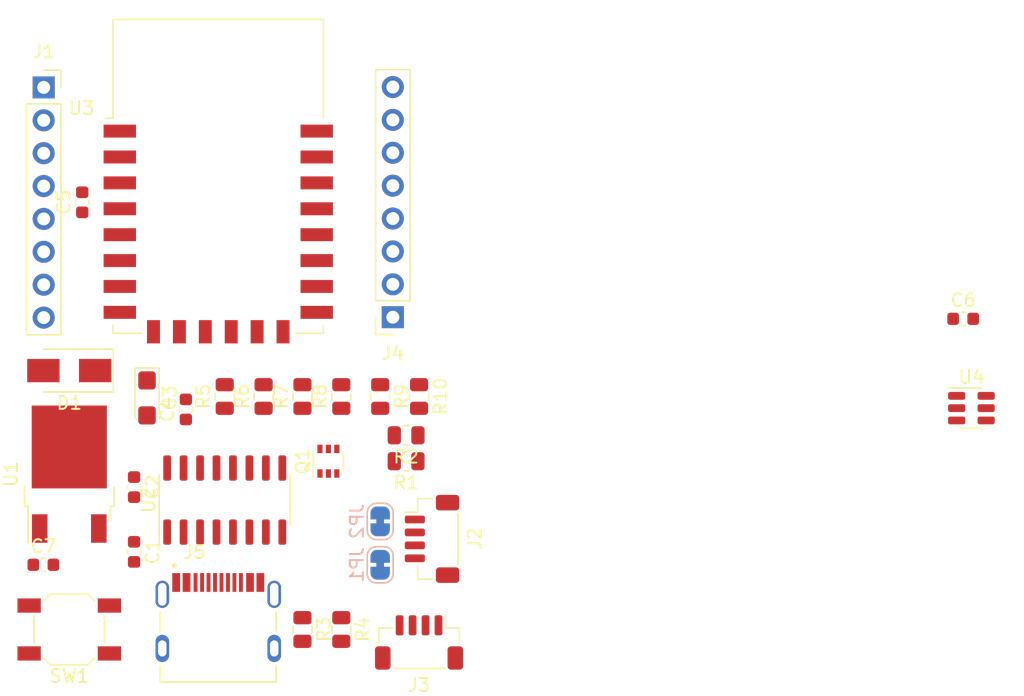
<source format=kicad_pcb>
(kicad_pcb (version 20211014) (generator pcbnew)
  (layers (0 "F.Cu" signal) (31 "B.Cu" signal) (34 "B.Paste" user) (35 "F.Paste" user) (36 "B.SilkS" user "B.Silkscreen") (37 "F.SilkS" user "F.Silkscreen") (38 "B.Mask" user) (39 "F.Mask" user) (44 "Edge.Cuts" user))
  (net 0 "")
  (net 1 "+5V")
  (net 2 "GND")
  (net 3 "+3V3")
  (net 4 "/ESP8266/EN")
  (net 5 "/ESP8266/RST")
  (net 6 "/ESP8266/A0")
  (net 7 "/ESP8266/GPIO16")
  (net 8 "/ESP8266/GPIO14")
  (net 9 "/ESP8266/GPIO12")
  (net 10 "/ESP8266/GPIO13")
  (net 11 "/ESP8266/GPIO15")
  (net 12 "/ESP8266/GPIO4{slash}SDA")
  (net 13 "/ESP8266/GPIO5{slash}SCL")
  (net 14 "/ESP8266/GPIO2")
  (net 15 "/ESP8266/GPIO0")
  (net 16 "/ESP8266/RX")
  (net 17 "/ESP8266/TX")
  (net 18 "Net-(J5-PadA5)")
  (net 19 "/ESP8266/Dp")
  (net 20 "/ESP8266/Dn")
  (net 22 "Net-(J5-PadB5)")
  (net 24 "Net-(JP1-Pad2)")
  (net 25 "Net-(JP2-Pad2)")
  (net 26 "/ESP8266/RTS")
  (net 27 "/ESP8266/DTR")
  (net 28 "/ESP8266/ADC")
  (net 44 "/certification/GPIO4{slash}SDA")
  (net 45 "/certification/GPIO5{slash}SCL")
  (footprint "Package_TO_SOT_SMD:SOT-363_SC-70-6" (layer "F.Cu") (at 63 94 90)
    (fp_text reference "Q1" (at 0 -2 90) (layer "F.SilkS"))
    (fp_text value "UMH3N")
    (fp_line (start -0.7 1.16) (end 0.7 1.16) (layer "F.SilkS") (width 0.12))
    (fp_line (start 0.7 -1.16) (end -1.2 -1.16) (layer "F.SilkS") (width 0.12))
    (pad "1" smd rect (at -0.95 -0.65 90) (size 0.65 0.4) (layers "F.Cu" "F.Paste" "F.Mask") (net 26 "/ESP8266/RTS"))
    (pad "2" smd rect (at -0.95 0 90) (size 0.65 0.4) (layers "F.Cu" "F.Paste" "F.Mask") (net 27 "/ESP8266/DTR"))
    (pad "3" smd rect (at -0.95 0.65 90) (size 0.65 0.4) (layers "F.Cu" "F.Paste" "F.Mask") (net 15 "/ESP8266/GPIO0"))
    (pad "4" smd rect (at 0.95 0.65 90) (size 0.65 0.4) (layers "F.Cu" "F.Paste" "F.Mask") (net 27 "/ESP8266/DTR"))
    (pad "5" smd rect (at 0.95 0 90) (size 0.65 0.4) (layers "F.Cu" "F.Paste" "F.Mask") (net 26 "/ESP8266/RTS"))
    (pad "6" smd rect (at 0.95 -0.65 90) (size 0.65 0.4) (layers "F.Cu" "F.Paste" "F.Mask") (net 4 "/ESP8266/EN"))
  )
  (footprint "Capacitor_SMD:C_0603_1608Metric" (layer "F.Cu") (at 112 83)
    (fp_text reference "C6" (at 0 -1.43) (layer "F.SilkS"))
    (fp_text value "100nF")
    (fp_line (start -0.14058 0.51) (end 0.14058 0.51) (layer "F.SilkS") (width 0.12))
    (fp_line (start -0.14058 -0.51) (end 0.14058 -0.51) (layer "F.SilkS") (width 0.12))
    (pad "1" smd roundrect (at -0.775 0) (size 0.9 0.95) (layers "F.Cu" "F.Paste" "F.Mask") (net 1 "+5V"))
    (pad "2" smd roundrect (at 0.775 0) (size 0.9 0.95) (layers "F.Cu" "F.Paste" "F.Mask") (net 2 "GND"))
  )
  (footprint "Capacitor_SMD:C_0603_1608Metric" (layer "F.Cu") (at 41 102)
    (fp_text reference "C7" (at 0 -1.43) (layer "F.SilkS"))
    (fp_text value "100nF")
    (fp_line (start -0.14058 0.51) (end 0.14058 0.51) (layer "F.SilkS") (width 0.12))
    (fp_line (start -0.14058 -0.51) (end 0.14058 -0.51) (layer "F.SilkS") (width 0.12))
    (pad "1" smd roundrect (at -0.775 0) (size 0.9 0.95) (layers "F.Cu" "F.Paste" "F.Mask") (net 2 "GND"))
    (pad "2" smd roundrect (at 0.775 0) (size 0.9 0.95) (layers "F.Cu" "F.Paste" "F.Mask") (net 5 "/ESP8266/RST"))
  )
  (footprint "Capacitor_SMD:C_0603_1608Metric" (layer "F.Cu") (at 52 90 90)
    (fp_text reference "C4" (at 0 -1.43 90) (layer "F.SilkS"))
    (fp_text value "100nF")
    (fp_line (start -0.14058 0.51) (end 0.14058 0.51) (layer "F.SilkS") (width 0.12))
    (fp_line (start -0.14058 -0.51) (end 0.14058 -0.51) (layer "F.SilkS") (width 0.12))
    (pad "1" smd roundrect (at -0.775 0 90) (size 0.9 0.95) (layers "F.Cu" "F.Paste" "F.Mask") (net 3 "+3V3"))
    (pad "2" smd roundrect (at 0.775 0 90) (size 0.9 0.95) (layers "F.Cu" "F.Paste" "F.Mask") (net 2 "GND"))
  )
  (footprint "Button_Switch_SMD:SW_SPST_SKQG_WithStem" (layer "F.Cu") (at 43 107 180)
    (fp_text reference "SW1" (at 0 -3.6) (layer "F.SilkS"))
    (fp_text value "SW_Push")
    (fp_line (start 1.45 2.72) (end 1.94 2.23) (layer "F.SilkS") (width 0.12))
    (fp_line (start -1.45 2.72) (end -1.94 2.23) (layer "F.SilkS") (width 0.12))
    (fp_line (start -1.45 -2.72) (end 1.45 -2.72) (layer "F.SilkS") (width 0.12))
    (fp_line (start -1.45 2.72) (end 1.45 2.72) (layer "F.SilkS") (width 0.12))
    (fp_line (start -1.45 -2.72) (end -1.94 -2.23) (layer "F.SilkS") (width 0.12))
    (fp_line (start 1.45 -2.72) (end 1.94 -2.23) (layer "F.SilkS") (width 0.12))
    (fp_line (start -2.72 1.04) (end -2.72 -1.04) (layer "F.SilkS") (width 0.12))
    (fp_line (start 2.72 1.04) (end 2.72 -1.04) (layer "F.SilkS") (width 0.12))
    (pad "1" smd rect (at 3.1 -1.85 180) (size 1.8 1.1) (layers "F.Cu" "F.Paste" "F.Mask") (net 2 "GND"))
    (pad "1" smd rect (at -3.1 -1.85 180) (size 1.8 1.1) (layers "F.Cu" "F.Paste" "F.Mask") (net 2 "GND"))
    (pad "2" smd rect (at 3.1 1.85 180) (size 1.8 1.1) (layers "F.Cu" "F.Paste" "F.Mask") (net 5 "/ESP8266/RST"))
    (pad "2" smd rect (at -3.1 1.85 180) (size 1.8 1.1) (layers "F.Cu" "F.Paste" "F.Mask") (net 5 "/ESP8266/RST"))
  )
  (footprint "Resistor_SMD:R_0805_2012Metric" (layer "F.Cu") (at 69 92 180)
    (fp_text reference "R2" (at 0 -1.65) (layer "F.SilkS"))
    (fp_text value "4.7k")
    (fp_line (start -0.227064 -0.735) (end 0.227064 -0.735) (layer "F.SilkS") (width 0.12))
    (fp_line (start -0.227064 0.735) (end 0.227064 0.735) (layer "F.SilkS") (width 0.12))
    (pad "1" smd roundrect (at -0.9125 0 180) (size 1.025 1.4) (layers "F.Cu" "F.Paste" "F.Mask") (roundrect_rratio 0.243902) (net 3 "+3V3"))
    (pad "2" smd roundrect (at 0.9125 0 180) (size 1.025 1.4) (layers "F.Cu" "F.Paste" "F.Mask") (roundrect_rratio 0.243902) (net 25 "Net-(JP2-Pad2)"))
  )
  (footprint "Diode_SMD:D_SMA" (layer "F.Cu") (at 43 87 180)
    (fp_text reference "D1" (at 0 -2.5) (layer "F.SilkS"))
    (fp_text value "1N4007")
    (fp_line (start -3.4 -1.65) (end -3.4 1.65) (layer "F.SilkS") (width 0.12))
    (fp_line (start -3.4 -1.65) (end 2 -1.65) (layer "F.SilkS") (width 0.12))
    (fp_line (start -3.4 1.65) (end 2 1.65) (layer "F.SilkS") (width 0.12))
    (pad "1" smd rect (at -2 0 180) (size 2.5 1.8) (layers "F.Cu" "F.Paste" "F.Mask") (net 1 "+5V"))
    (pad "2" smd rect (at 2 0 180) (size 2.5 1.8) (layers "F.Cu" "F.Paste" "F.Mask") (net 3 "+3V3"))
  )
  (footprint "Resistor_SMD:R_0805_2012Metric" (layer "F.Cu") (at 61 107 -90)
    (fp_text reference "R3" (at 0 -1.65 90) (layer "F.SilkS"))
    (fp_text value "5.1k")
    (fp_line (start -0.227064 -0.735) (end 0.227064 -0.735) (layer "F.SilkS") (width 0.12))
    (fp_line (start -0.227064 0.735) (end 0.227064 0.735) (layer "F.SilkS") (width 0.12))
    (pad "1" smd roundrect (at -0.9125 0 270) (size 1.025 1.4) (layers "F.Cu" "F.Paste" "F.Mask") (roundrect_rratio 0.243902) (net 18 "Net-(J5-PadA5)"))
    (pad "2" smd roundrect (at 0.9125 0 270) (size 1.025 1.4) (layers "F.Cu" "F.Paste" "F.Mask") (roundrect_rratio 0.243902) (net 2 "GND"))
  )
  (footprint "Resistor_SMD:R_0805_2012Metric" (layer "F.Cu") (at 61 89 90)
    (fp_text reference "R7" (at 0 -1.65 90) (layer "F.SilkS"))
    (fp_text value "12k")
    (fp_line (start -0.227064 -0.735) (end 0.227064 -0.735) (layer "F.SilkS") (width 0.12))
    (fp_line (start -0.227064 0.735) (end 0.227064 0.735) (layer "F.SilkS") (width 0.12))
    (pad "1" smd roundrect (at -0.9125 0 90) (size 1.025 1.4) (layers "F.Cu" "F.Paste" "F.Mask") (roundrect_rratio 0.243902) (net 3 "+3V3"))
    (pad "2" smd roundrect (at 0.9125 0 90) (size 1.025 1.4) (layers "F.Cu" "F.Paste" "F.Mask") (roundrect_rratio 0.243902) (net 15 "/ESP8266/GPIO0"))
  )
  (footprint "Resistor_SMD:R_0805_2012Metric" (layer "F.Cu") (at 64 89 90)
    (fp_text reference "R8" (at 0 -1.65 90) (layer "F.SilkS"))
    (fp_text value "12k")
    (fp_line (start -0.227064 0.735) (end 0.227064 0.735) (layer "F.SilkS") (width 0.12))
    (fp_line (start -0.227064 -0.735) (end 0.227064 -0.735) (layer "F.SilkS") (width 0.12))
    (pad "1" smd roundrect (at -0.9125 0 90) (size 1.025 1.4) (layers "F.Cu" "F.Paste" "F.Mask") (roundrect_rratio 0.243902) (net 3 "+3V3"))
    (pad "2" smd roundrect (at 0.9125 0 90) (size 1.025 1.4) (layers "F.Cu" "F.Paste" "F.Mask") (roundrect_rratio 0.243902) (net 14 "/ESP8266/GPIO2"))
  )
  (footprint "Resistor_SMD:R_0805_2012Metric" (layer "F.Cu") (at 69 94 180)
    (fp_text reference "R1" (at 0 -1.65) (layer "F.SilkS"))
    (fp_text value "4.7k")
    (fp_line (start -0.227064 -0.735) (end 0.227064 -0.735) (layer "F.SilkS") (width 0.12))
    (fp_line (start -0.227064 0.735) (end 0.227064 0.735) (layer "F.SilkS") (width 0.12))
    (pad "1" smd roundrect (at -0.9125 0 180) (size 1.025 1.4) (layers "F.Cu" "F.Paste" "F.Mask") (roundrect_rratio 0.243902) (net 3 "+3V3"))
    (pad "2" smd roundrect (at 0.9125 0 180) (size 1.025 1.4) (layers "F.Cu" "F.Paste" "F.Mask") (roundrect_rratio 0.243902) (net 24 "Net-(JP1-Pad2)"))
  )
  (footprint "Capacitor_SMD:C_0603_1608Metric" (layer "F.Cu") (at 48 101 -90)
    (fp_text reference "C1" (at 0 -1.43 90) (layer "F.SilkS"))
    (fp_text value "4.7uF")
    (fp_line (start -0.14058 0.51) (end 0.14058 0.51) (layer "F.SilkS") (width 0.12))
    (fp_line (start -0.14058 -0.51) (end 0.14058 -0.51) (layer "F.SilkS") (width 0.12))
    (pad "1" smd roundrect (at -0.775 0 270) (size 0.9 0.95) (layers "F.Cu" "F.Paste" "F.Mask") (net 1 "+5V"))
    (pad "2" smd roundrect (at 0.775 0 270) (size 0.9 0.95) (layers "F.Cu" "F.Paste" "F.Mask") (net 2 "GND"))
  )
  (footprint "Connector_PinSocket_2.54mm:PinSocket_1x08_P2.54mm_Vertical" (layer "F.Cu") (at 67.975 82.875 180)
    (fp_text reference "J4" (at 0 -2.77) (layer "F.SilkS"))
    (fp_text value "D1_conn")
    (fp_line (start 1.33 1.27) (end 1.33 19.11) (layer "F.SilkS") (width 0.12))
    (fp_line (start -1.33 1.27) (end 1.33 1.27) (layer "F.SilkS") (width 0.12))
    (fp_line (start -1.33 1.27) (end -1.33 19.11) (layer "F.SilkS") (width 0.12))
    (fp_line (start -1.33 19.11) (end 1.33 19.11) (layer "F.SilkS") (width 0.12))
    (fp_line (start 1.33 -1.33) (end 1.33 0) (layer "F.SilkS") (width 0.12))
    (fp_line (start 0 -1.33) (end 1.33 -1.33) (layer "F.SilkS") (width 0.12))
    (pad "1" thru_hole rect (at 0 0 180) (size 1.7 1.7) (drill 1) (layers *.Cu *.Mask) (net 1 "+5V"))
    (pad "2" thru_hole oval (at 0 2.54 180) (size 1.7 1.7) (drill 1) (layers *.Cu *.Mask) (net 2 "GND"))
    (pad "3" thru_hole oval (at 0 5.08 180) (size 1.7 1.7) (drill 1) (layers *.Cu *.Mask) (net 14 "/ESP8266/GPIO2"))
    (pad "4" thru_hole oval (at 0 7.62 180) (size 1.7 1.7) (drill 1) (layers *.Cu *.Mask) (net 15 "/ESP8266/GPIO0"))
    (pad "5" thru_hole oval (at 0 10.16 180) (size 1.7 1.7) (drill 1) (layers *.Cu *.Mask) (net 12 "/ESP8266/GPIO4{slash}SDA"))
    (pad "6" thru_hole oval (at 0 12.7 180) (size 1.7 1.7) (drill 1) (layers *.Cu *.Mask) (net 13 "/ESP8266/GPIO5{slash}SCL"))
    (pad "7" thru_hole oval (at 0 15.24 180) (size 1.7 1.7) (drill 1) (layers *.Cu *.Mask) (net 16 "/ESP8266/RX"))
    (pad "8" thru_hole oval (at 0 17.78 180) (size 1.7 1.7) (drill 1) (layers *.Cu *.Mask) (net 17 "/ESP8266/TX"))
  )
  (footprint "Connector_JST:JST_SH_BM04B-SRSS-TB_1x04-1MP_P1.00mm_Vertical" (layer "F.Cu") (at 71 100 -90)
    (fp_text reference "J2" (at 0 -3.3 90) (layer "F.SilkS"))
    (fp_text value "JST SH-1x4")
    (fp_line (start 3.11 -0.04) (end 3.11 1.11) (layer "F.SilkS") (width 0.12))
    (fp_line (start -1.94 -2.01) (end 1.94 -2.01) (layer "F.SilkS") (width 0.12))
    (fp_line (start -2.06 1.11) (end -2.06 2.1) (layer "F.SilkS") (width 0.12))
    (fp_line (start 3.11 1.11) (end 2.06 1.11) (layer "F.SilkS") (width 0.12))
    (fp_line (start -3.11 1.11) (end -2.06 1.11) (layer "F.SilkS") (width 0.12))
    (fp_line (start -3.11 -0.04) (end -3.11 1.11) (layer "F.SilkS") (width 0.12))
    (pad "1" smd roundrect (at -1.5 1.325 270) (size 0.6 1.55) (layers "F.Cu" "F.Paste" "F.Mask") (net 2 "GND"))
    (pad "2" smd roundrect (at -0.5 1.325 270) (size 0.6 1.55) (layers "F.Cu" "F.Paste" "F.Mask") (net 3 "+3V3"))
    (pad "3" smd roundrect (at 0.5 1.325 270) (size 0.6 1.55) (layers "F.Cu" "F.Paste" "F.Mask") (net 12 "/ESP8266/GPIO4{slash}SDA"))
    (pad "4" smd roundrect (at 1.5 1.325 270) (size 0.6 1.55) (layers "F.Cu" "F.Paste" "F.Mask") (net 13 "/ESP8266/GPIO5{slash}SCL"))
    (pad "MP" smd roundrect (at -2.8 -1.2 270) (size 1.2 1.8) (layers "F.Cu" "F.Paste" "F.Mask") (roundrect_rratio 0.208333))
    (pad "MP" smd roundrect (at 2.8 -1.2 270) (size 1.2 1.8) (layers "F.Cu" "F.Paste" "F.Mask") (roundrect_rratio 0.208333))
  )
  (footprint "Resistor_SMD:R_0805_2012Metric" (layer "F.Cu") (at 64 107 -90)
    (fp_text reference "R4" (at 0 -1.65 90) (layer "F.SilkS"))
    (fp_text value "5.1k")
    (fp_line (start -0.227064 0.735) (end 0.227064 0.735) (layer "F.SilkS") (width 0.12))
    (fp_line (start -0.227064 -0.735) (end 0.227064 -0.735) (layer "F.SilkS") (width 0.12))
    (pad "1" smd roundrect (at -0.9125 0 270) (size 1.025 1.4) (layers "F.Cu" "F.Paste" "F.Mask") (roundrect_rratio 0.243902) (net 22 "Net-(J5-PadB5)"))
    (pad "2" smd roundrect (at 0.9125 0 270) (size 1.025 1.4) (layers "F.Cu" "F.Paste" "F.Mask") (roundrect_rratio 0.243902) (net 2 "GND"))
  )
  (footprint "Capacitor_SMD:C_0603_1608Metric" (layer "F.Cu") (at 48 96 -90)
    (fp_text reference "C2" (at 0 -1.43 90) (layer "F.SilkS"))
    (fp_text value "4.7uF")
    (fp_line (start -0.14058 0.51) (end 0.14058 0.51) (layer "F.SilkS") (width 0.12))
    (fp_line (start -0.14058 -0.51) (end 0.14058 -0.51) (layer "F.SilkS") (width 0.12))
    (pad "1" smd roundrect (at -0.775 0 270) (size 0.9 0.95) (layers "F.Cu" "F.Paste" "F.Mask") (net 3 "+3V3"))
    (pad "2" smd roundrect (at 0.775 0 270) (size 0.9 0.95) (layers "F.Cu" "F.Paste" "F.Mask") (net 2 "GND"))
  )
  (footprint "Capacitor_SMD:C_0603_1608Metric" (layer "F.Cu") (at 44 74 90)
    (fp_text reference "C5" (at 0 -1.43 90) (layer "F.SilkS"))
    (fp_text value "100nF")
    (fp_line (start -0.14058 -0.51) (end 0.14058 -0.51) (layer "F.SilkS") (width 0.12))
    (fp_line (start -0.14058 0.51) (end 0.14058 0.51) (layer "F.SilkS") (width 0.12))
    (pad "1" smd roundrect (at -0.775 0 90) (size 0.9 0.95) (layers "F.Cu" "F.Paste" "F.Mask") (net 2 "GND"))
    (pad "2" smd roundrect (at 0.775 0 90) (size 0.9 0.95) (layers "F.Cu" "F.Paste" "F.Mask") (net 4 "/ESP8266/EN"))
  )
  (footprint "Package_SO:SOIC-16_3.9x9.9mm_P1.27mm" (layer "F.Cu") (at 55 97 90)
    (fp_text reference "U2" (at 0 -5.9 90) (layer "F.SilkS"))
    (fp_text value "CH340C")
    (fp_line (start 0 5.06) (end 1.95 5.06) (layer "F.SilkS") (width 0.12))
    (fp_line (start 0 -5.06) (end -3.45 -5.06) (layer "F.SilkS") (width 0.12))
    (fp_line (start 0 5.06) (end -1.95 5.06) (layer "F.SilkS") (width 0.12))
    (fp_line (start 0 -5.06) (end 1.95 -5.06) (layer "F.SilkS") (width 0.12))
    (pad "1" smd roundrect (at -2.475 -4.445 90) (size 1.95 0.6) (layers "F.Cu" "F.Paste" "F.Mask") (net 2 "GND"))
    (pad "2" smd roundrect (at -2.475 -3.175 90) (size 1.95 0.6) (layers "F.Cu" "F.Paste" "F.Mask") (net 16 "/ESP8266/RX"))
    (pad "3" smd roundrect (at -2.475 -1.905 90) (size 1.95 0.6) (layers "F.Cu" "F.Paste" "F.Mask") (net 17 "/ESP8266/TX"))
    (pad "4" smd roundrect (at -2.475 -0.635 90) (size 1.95 0.6) (layers "F.Cu" "F.Paste" "F.Mask") (net 3 "+3V3"))
    (pad "5" smd roundrect (at -2.475 0.635 90) (size 1.95 0.6) (layers "F.Cu" "F.Paste" "F.Mask") (net 19 "/ESP8266/Dp"))
    (pad "6" smd roundrect (at -2.475 1.905 90) (size 1.95 0.6) (layers "F.Cu" "F.Paste" "F.Mask") (net 20 "/ESP8266/Dn"))
    (pad "7" smd roundrect (at -2.475 3.175 90) (size 1.95 0.6) (layers "F.Cu" "F.Paste" "F.Mask"))
    (pad "8" smd roundrect (at -2.475 4.445 90) (size 1.95 0.6) (layers "F.Cu" "F.Paste" "F.Mask"))
    (pad "9" smd roundrect (at 2.475 4.445 90) (size 1.95 0.6) (layers "F.Cu" "F.Paste" "F.Mask"))
    (pad "10" smd roundrect (at 2.475 3.175 90) (size 1.95 0.6) (layers "F.Cu" "F.Paste" "F.Mask"))
    (pad "11" smd roundrect (at 2.475 1.905 90) (size 1.95 0.6) (layers "F.Cu" "F.Paste" "F.Mask"))
    (pad "12" smd roundrect (at 2.475 0.635 90) (size 1.95 0.6) (layers "F.Cu" "F.Paste" "F.Mask"))
    (pad "13" smd roundrect (at 2.475 -0.635 90) (size 1.95 0.6) (layers "F.Cu" "F.Paste" "F.Mask") (net 27 "/ESP8266/DTR"))
    (pad "14" smd roundrect (at 2.475 -1.905 90) (size 1.95 0.6) (layers "F.Cu" "F.Paste" "F.Mask") (net 26 "/ESP8266/RTS"))
    (pad "15" smd roundrect (at 2.475 -3.175 90) (size 1.95 0.6) (layers "F.Cu" "F.Paste" "F.Mask"))
    (pad "16" smd roundrect (at 2.475 -4.445 90) (size 1.95 0.6) (layers "F.Cu" "F.Paste" "F.Mask") (net 3 "+3V3"))
  )
  (footprint "Package_TO_SOT_SMD:SOT-23-6" (layer "F.Cu") (at 112.6375 89.9)
    (fp_text reference "U4" (at 0 -2.4) (layer "F.SilkS"))
    (fp_text value "MAX5812M")
    (fp_line (start 0 -1.56) (end -1.8 -1.56) (layer "F.SilkS") (width 0.12))
    (fp_line (start 0 1.56) (end -0.8 1.56) (layer "F.SilkS") (width 0.12))
    (fp_line (start 0 1.56) (end 0.8 1.56) (layer "F.SilkS") (width 0.12))
    (fp_line (start 0 -1.56) (end 0.8 -1.56) (layer "F.SilkS") (width 0.12))
    (pad "1" smd roundrect (at -1.1375 -0.95) (size 1.325 0.6) (layers "F.Cu" "F.Paste" "F.Mask") (net 1 "+5V"))
    (pad "2" smd roundrect (at -1.1375 0) (size 1.325 0.6) (layers "F.Cu" "F.Paste" "F.Mask") (net 2 "GND"))
    (pad "3" smd roundrect (at -1.1375 0.95) (size 1.325 0.6) (layers "F.Cu" "F.Paste" "F.Mask") (net 44 "/certification/GPIO4{slash}SDA"))
    (pad "4" smd roundrect (at 1.1375 0.95) (size 1.325 0.6) (layers "F.Cu" "F.Paste" "F.Mask") (net 45 "/certification/GPIO5{slash}SCL"))
    (pad "5" smd roundrect (at 1.1375 0) (size 1.325 0.6) (layers "F.Cu" "F.Paste" "F.Mask") (net 2 "GND"))
    (pad "6" smd roundrect (at 1.1375 -0.95) (size 1.325 0.6) (layers "F.Cu" "F.Paste" "F.Mask"))
  )
  (footprint "Connector_JST:JST_SH_BM04B-SRSS-TB_1x04-1MP_P1.00mm_Vertical" (layer "F.Cu") (at 70 108 180)
    (fp_text reference "J3" (at 0 -3.3) (layer "F.SilkS"))
    (fp_text value "JST SH-1x4")
    (fp_line (start -2.06 1.11) (end -2.06 2.1) (layer "F.SilkS") (width 0.12))
    (fp_line (start -3.11 -0.04) (end -3.11 1.11) (layer "F.SilkS") (width 0.12))
    (fp_line (start -3.11 1.11) (end -2.06 1.11) (layer "F.SilkS") (width 0.12))
    (fp_line (start 3.11 1.11) (end 2.06 1.11) (layer "F.SilkS") (width 0.12))
    (fp_line (start -1.94 -2.01) (end 1.94 -2.01) (layer "F.SilkS") (width 0.12))
    (fp_line (start 3.11 -0.04) (end 3.11 1.11) (layer "F.SilkS") (width 0.12))
    (pad "1" smd roundrect (at -1.5 1.325 180) (size 0.6 1.55) (layers "F.Cu" "F.Paste" "F.Mask") (net 2 "GND"))
    (pad "2" smd roundrect (at -0.5 1.325 180) (size 0.6 1.55) (layers "F.Cu" "F.Paste" "F.Mask") (net 3 "+3V3"))
    (pad "3" smd roundrect (at 0.5 1.325 180) (size 0.6 1.55) (layers "F.Cu" "F.Paste" "F.Mask") (net 12 "/ESP8266/GPIO4{slash}SDA"))
    (pad "4" smd roundrect (at 1.5 1.325 180) (size 0.6 1.55) (layers "F.Cu" "F.Paste" "F.Mask") (net 13 "/ESP8266/GPIO5{slash}SCL"))
    (pad "MP" smd roundrect (at 2.8 -1.2 180) (size 1.2 1.8) (layers "F.Cu" "F.Paste" "F.Mask") (roundrect_rratio 0.208333))
    (pad "MP" smd roundrect (at -2.8 -1.2 180) (size 1.2 1.8) (layers "F.Cu" "F.Paste" "F.Mask") (roundrect_rratio 0.208333))
  )
  (footprint "Capacitor_Tantalum_SMD:CP_EIA-3216-18_Kemet-A" (layer "F.Cu") (at 49 89.11 -90)
    (fp_text reference "C3" (at 0 -1.75 90) (layer "F.SilkS"))
    (fp_text value "10uF")
    (fp_line (start -2.31 -0.935) (end -2.31 0.935) (layer "F.SilkS") (width 0.12))
    (fp_line (start -2.31 0.935) (end 1.6 0.935) (layer "F.SilkS") (width 0.12))
    (fp_line (start 1.6 -0.935) (end -2.31 -0.935) (layer "F.SilkS") (width 0.12))
    (pad "1" smd roundrect (at -1.35 0 270) (size 1.4 1.35) (layers "F.Cu" "F.Paste" "F.Mask") (roundrect_rratio 0.185185) (net 3 "+3V3"))
    (pad "2" smd roundrect (at 1.35 0 270) (size 1.4 1.35) (layers "F.Cu" "F.Paste" "F.Mask") (roundrect_rratio 0.185185) (net 2 "GND"))
  )
  (footprint "Resistor_SMD:R_0805_2012Metric" (layer "F.Cu") (at 67 89 -90)
    (fp_text reference "R9" (at 0 -1.65 90) (layer "F.SilkS"))
    (fp_text value "100k")
    (fp_line (start -0.227064 0.735) (end 0.227064 0.735) (layer "F.SilkS") (width 0.12))
    (fp_line (start -0.227064 -0.735) (end 0.227064 -0.735) (layer "F.SilkS") (width 0.12))
    (pad "1" smd roundrect (at -0.9125 0 270) (size 1.025 1.4) (layers "F.Cu" "F.Paste" "F.Mask") (roundrect_rratio 0.243902) (net 28 "/ESP8266/ADC"))
    (pad "2" smd roundrect (at 0.9125 0 270) (size 1.025 1.4) (layers "F.Cu" "F.Paste" "F.Mask") (roundrect_rratio 0.243902) (net 2 "GND"))
  )
  (footprint "Resistor_SMD:R_0805_2012Metric" (layer "F.Cu") (at 70 89 -90)
    (fp_text reference "R10" (at 0 -1.65 90) (layer "F.SilkS"))
    (fp_text value "220k")
    (fp_line (start -0.227064 0.735) (end 0.227064 0.735) (layer "F.SilkS") (width 0.12))
    (fp_line (start -0.227064 -0.735) (end 0.227064 -0.735) (layer "F.SilkS") (width 0.12))
    (pad "1" smd roundrect (at -0.9125 0 270) (size 1.025 1.4) (layers "F.Cu" "F.Paste" "F.Mask") (roundrect_rratio 0.243902) (net 6 "/ESP8266/A0"))
    (pad "2" smd roundrect (at 0.9125 0 270) (size 1.025 1.4) (layers "F.Cu" "F.Paste" "F.Mask") (roundrect_rratio 0.243902) (net 28 "/ESP8266/ADC"))
  )
  (footprint "Resistor_SMD:R_0805_2012Metric" (layer "F.Cu") (at 58 89 90)
    (fp_text reference "R6" (at 0 -1.65 90) (layer "F.SilkS"))
    (fp_text value "12k")
    (fp_line (start -0.227064 -0.735) (end 0.227064 -0.735) (layer "F.SilkS") (width 0.12))
    (fp_line (start -0.227064 0.735) (end 0.227064 0.735) (layer "F.SilkS") (width 0.12))
    (pad "1" smd roundrect (at -0.9125 0 90) (size 1.025 1.4) (layers "F.Cu" "F.Paste" "F.Mask") (roundrect_rratio 0.243902) (net 3 "+3V3"))
    (pad "2" smd roundrect (at 0.9125 0 90) (size 1.025 1.4) (layers "F.Cu" "F.Paste" "F.Mask") (roundrect_rratio 0.243902) (net 5 "/ESP8266/RST"))
  )
  (footprint "cert-board:HRO_TYPE-C-31-M-12" (layer "F.Cu") (at 54.5 108.4625)
    (fp_text reference "J5" (at -1.825 -7.435) (layer "F.SilkS"))
    (fp_text value "TYPE-C-31-M-12")
    (fp_line (start 4.47 -2.81) (end 4.47 -1.37) (layer "F.SilkS") (width 0.127))
    (fp_line (start 4.47 1.37) (end 4.47 2.6) (layer "F.SilkS") (width 0.127))
    (fp_line (start 4.47 2.6) (end -4.47 2.6) (layer "F.SilkS") (width 0.127))
    (fp_line (start -4.47 -2.81) (end -4.47 -1.37) (layer "F.SilkS") (width 0.127))
    (fp_line (start -4.47 2.6) (end -4.47 1.37) (layer "F.SilkS") (width 0.127))
    (fp_circle (center -3.4 -6.4) (end -3.3 -6.4) (layer "F.SilkS") (width 0.2) (fill none))
    (pad "" np_thru_hole circle (at 2.89 -3.65) (size 0.7 0.7) (drill 0.7) (layers *.Cu *.Mask))
    (pad "" np_thru_hole circle (at -2.89 -3.65) (size 0.7 0.7) (drill 0.7) (layers *.Cu *.Mask))
    (pad "A1B12" smd rect (at -3.25 -5.095) (size 0.6 1.45) (layers "F.Cu" "F.Paste" "F.Mask") (net 2 "GND"))
    (pad "A4B9" smd rect (at -2.45 -5.095) (size 0.6 1.45) (layers "F.Cu" "F.Paste" "F.Mask") (net 1 "+5V"))
    (pad "A5" smd rect (at -1.25 -5.095) (size 0.3 1.45) (layers "F.Cu" "F.Paste" "F.Mask") (net 18 "Net-(J5-PadA5)"))
    (pad "A6" smd rect (at -0.25 -5.095) (size 0.3 1.45) (layers "F.Cu" "F.Paste" "F.Mask") (net 19 "/ESP8266/Dp"))
    (pad "A7" smd rect (at 0.25 -5.095) (size 0.3 1.45) (layers "F.Cu" "F.Paste" "F.Mask") (net 20 "/ESP8266/Dn"))
    (pad "A8" smd rect (at 1.25 -5.095) (size 0.3 1.45) (layers "F.Cu" "F.Paste" "F.Mask"))
    (pad "B1A12" smd rect (at 3.25 -5.095) (size 0.6 1.45) (layers "F.Cu" "F.Paste" "F.Mask") (net 2 "GND"))
    (pad "B4A9" smd rect (at 2.45 -5.095) (size 0.6 1.45) (layers "F.Cu" "F.Paste" "F.Mask") (net 1 "+5V"))
    (pad "B5" smd rect (at 1.75 -5.095) (size 0.3 1.45) (layers "F.Cu" "F.Paste" "F.Mask") (net 22 "Net-(J5-PadB5)"))
    (pad "B6" smd rect (at 0.75 -5.095) (size 0.3 1.45) (layers "F.Cu" "F.Paste" "F.Mask") (net 19 "/ESP8266/Dp"))
    (pad "B7" smd rect (at -0.75 -5.095) (size 0.3 1.45) (layers "F.Cu" "F.Paste" "F.Mask") (net 20 "/ESP8266/Dn"))
    (pad "B8" smd rect (at -1.75 -5.095) (size 0.3 1.45) (layers "F.Cu" "F.Paste" "F.Mask"))
    (pad "S1" thru_hole oval (at -4.32 -4.18) (size 1.05 2.1) (drill oval 0.65 1.75) (layers *.Cu *.Mask) (net 2 "GND"))
    (pad "S2" thru_hole oval (at 4.32 -4.18) (size 1.05 2.1) (drill oval 0.65 1.75) (layers *.Cu *.Mask) (net 2 "GND"))
    (pad "S3" thru_hole oval (at -4.32 0) (size 1.05 2.1) (drill oval 0.65 1.25) (layers *.Cu *.Mask) (net 2 "GND"))
    (pad "S4" thru_hole oval (at 4.32 0) (size 1.05 2.1) (drill oval 0.65 1.25) (layers *.Cu *.Mask) (net 2 "GND"))
  )
  (footprint "Package_TO_SOT_SMD:TO-252-2" (layer "F.Cu") (at 43 95 90)
    (fp_text reference "U1" (at 0 -4.5 90) (layer "F.SilkS"))
    (fp_text value "AMS1086CD-3.3")
    (fp_line (start -2.47 3.45) (end -2.47 3.18) (layer "F.SilkS") (width 0.12))
    (fp_line (start -2.47 3.18) (end -3.57 3.18) (layer "F.SilkS") (width 0.12))
    (fp_line (start -0.97 3.45) (end -2.47 3.45) (layer "F.SilkS") (width 0.12))
    (fp_line (start -2.47 -3.45) (end -2.47 -3.18) (layer "F.SilkS") (width 0.12))
    (fp_line (start -0.97 -3.45) (end -2.47 -3.45) (layer "F.SilkS") (width 0.12))
    (fp_line (start -2.47 -3.18) (end -5.3 -3.18) (layer "F.SilkS") (width 0.12))
    (pad "1" smd rect (at -4.2 -2.28 90) (size 2.2 1.2) (layers "F.Cu" "F.Paste" "F.Mask") (net 2 "GND"))
    (pad "2" smd rect (at 2.1 0 90) (size 6.4 5.8) (layers "F.Cu" "F.Mask") (net 3 "+3V3"))
    (pad "3" smd rect (at -4.2 2.28 90) (size 2.2 1.2) (layers "F.Cu" "F.Paste" "F.Mask") (net 1 "+5V"))
  )
  (footprint "Connector_PinSocket_2.54mm:PinSocket_1x08_P2.54mm_Vertical" (layer "F.Cu") (at 41.025 65.125)
    (fp_text reference "J1" (at 0 -2.77) (layer "F.SilkS"))
    (fp_text value "D1_conn")
    (fp_line (start 0 -1.33) (end 1.33 -1.33) (layer "F.SilkS") (width 0.12))
    (fp_line (start 1.33 1.27) (end 1.33 19.11) (layer "F.SilkS") (width 0.12))
    (fp_line (start -1.33 19.11) (end 1.33 19.11) (layer "F.SilkS") (width 0.12))
    (fp_line (start -1.33 1.27) (end 1.33 1.27) (layer "F.SilkS") (width 0.12))
    (fp_line (start -1.33 1.27) (end -1.33 19.11) (layer "F.SilkS") (width 0.12))
    (fp_line (start 1.33 -1.33) (end 1.33 0) (layer "F.SilkS") (width 0.12))
    (pad "1" thru_hole rect (at 0 0) (size 1.7 1.7) (drill 1) (layers *.Cu *.Mask) (net 5 "/ESP8266/RST"))
    (pad "2" thru_hole oval (at 0 2.54) (size 1.7 1.7) (drill 1) (layers *.Cu *.Mask) (net 6 "/ESP8266/A0"))
    (pad "3" thru_hole oval (at 0 5.08) (size 1.7 1.7) (drill 1) (layers *.Cu *.Mask) (net 7 "/ESP8266/GPIO16"))
    (pad "4" thru_hole oval (at 0 7.62) (size 1.7 1.7) (drill 1) (layers *.Cu *.Mask) (net 8 "/ESP8266/GPIO14"))
    (pad "5" thru_hole oval (at 0 10.16) (size 1.7 1.7) (drill 1) (layers *.Cu *.Mask) (net 9 "/ESP8266/GPIO12"))
    (pad "6" thru_hole oval (at 0 12.7) (size 1.7 1.7) (drill 1) (layers *.Cu *.Mask) (net 10 "/ESP8266/GPIO13"))
    (pad "7" thru_hole oval (at 0 15.24) (size 1.7 1.7) (drill 1) (layers *.Cu *.Mask) (net 11 "/ESP8266/GPIO15"))
    (pad "8" thru_hole oval (at 0 17.78) (size 1.7 1.7) (drill 1) (layers *.Cu *.Mask) (net 3 "+3V3"))
  )
  (footprint "Resistor_SMD:R_0805_2012Metric" (layer "F.Cu") (at 55 89 90)
    (fp_text reference "R5" (at 0 -1.65 90) (layer "F.SilkS"))
    (fp_text value "12k")
    (fp_line (start -0.227064 0.735) (end 0.227064 0.735) (layer "F.SilkS") (width 0.12))
    (fp_line (start -0.227064 -0.735) (end 0.227064 -0.735) (layer "F.SilkS") (width 0.12))
    (pad "1" smd roundrect (at -0.9125 0 90) (size 1.025 1.4) (layers "F.Cu" "F.Paste" "F.Mask") (roundrect_rratio 0.243902) (net 3 "+3V3"))
    (pad "2" smd roundrect (at 0.9125 0 90) (size 1.025 1.4) (layers "F.Cu" "F.Paste" "F.Mask") (roundrect_rratio 0.243902) (net 4 "/ESP8266/EN"))
  )
  (footprint "RF_Module:ESP-12E" (layer "F.Cu") (at 54.5 72)
    (fp_text reference "U3" (at -10.56 -5.26) (layer "F.SilkS"))
    (fp_text value "ESP-12E")
    (fp_line (start -6 12.12) (end -8.12 12.12) (layer "F.SilkS") (width 0.12))
    (fp_line (start 8.12 -12.12) (end 8.12 -4.5) (layer "F.SilkS") (width 0.12))
    (fp_line (start -8.12 -12.12) (end 8.12 -12.12) (layer "F.SilkS") (width 0.12))
    (fp_line (start 8.12 11.5) (end 8.12 12.12) (layer "F.SilkS") (width 0.12))
    (fp_line (start 8.12 12.12) (end 6 12.12) (layer "F.SilkS") (width 0.12))
    (fp_line (start -8.12 -4.5) (end -8.73 -4.5) (layer "F.SilkS") (width 0.12))
    (fp_line (start -8.12 12.12) (end -8.12 11.5) (layer "F.SilkS") (width 0.12))
    (fp_line (start -8.12 -4.5) (end -8.12 -12.12) (layer "F.SilkS") (width 0.12))
    (pad "1" smd rect (at -7.6 -3.5) (size 2.5 1) (layers "F.Cu" "F.Paste" "F.Mask") (net 5 "/ESP8266/RST"))
    (pad "2" smd rect (at -7.6 -1.5) (size 2.5 1) (layers "F.Cu" "F.Paste" "F.Mask") (net 28 "/ESP8266/ADC"))
    (pad "3" smd rect (at -7.6 0.5) (size 2.5 1) (layers "F.Cu" "F.Paste" "F.Mask") (net 4 "/ESP8266/EN"))
    (pad "4" smd rect (at -7.6 2.5) (size 2.5 1) (layers "F.Cu" "F.Paste" "F.Mask") (net 7 "/ESP8266/GPIO16"))
    (pad "5" smd rect (at -7.6 4.5) (size 2.5 1) (layers "F.Cu" "F.Paste" "F.Mask") (net 8 "/ESP8266/GPIO14"))
    (pad "6" smd rect (at -7.6 6.5) (size 2.5 1) (layers "F.Cu" "F.Paste" "F.Mask") (net 9 "/ESP8266/GPIO12"))
    (pad "7" smd rect (at -7.6 8.5) (size 2.5 1) (layers "F.Cu" "F.Paste" "F.Mask") (net 10 "/ESP8266/GPIO13"))
    (pad "8" smd rect (at -7.6 10.5) (size 2.5 1) (layers "F.Cu" "F.Paste" "F.Mask") (net 3 "+3V3"))
    (pad "9" smd rect (at -5 12) (size 1 1.8) (layers "F.Cu" "F.Paste" "F.Mask"))
    (pad "10" smd rect (at -3 12) (size 1 1.8) (layers "F.Cu" "F.Paste" "F.Mask"))
    (pad "11" smd rect (at -1 12) (size 1 1.8) (layers "F.Cu" "F.Paste" "F.Mask"))
    (pad "12" smd rect (at 1 12) (size 1 1.8) (layers "F.Cu" "F.Paste" "F.Mask"))
    (pad "13" smd rect (at 3 12) (size 1 1.8) (layers "F.Cu" "F.Paste" "F.Mask"))
    (pad "14" smd rect (at 5 12) (size 1 1.8) (layers "F.Cu" "F.Paste" "F.Mask"))
    (pad "15" smd rect (at 7.6 10.5) (size 2.5 1) (layers "F.Cu" "F.Paste" "F.Mask") (net 2 "GND"))
    (pad "16" smd rect (at 7.6 8.5) (size 2.5 1) (layers "F.Cu" "F.Paste" "F.Mask") (net 11 "/ESP8266/GPIO15"))
    (pad "17" smd rect (at 7.6 6.5) (size 2.5 1) (layers "F.Cu" "F.Paste" "F.Mask") (net 14 "/ESP8266/GPIO2"))
    (pad "18" smd rect (at 7.6 4.5) (size 2.5 1) (layers "F.Cu" "F.Paste" "F.Mask") (net 15 "/ESP8266/GPIO0"))
    (pad "19" smd rect (at 7.6 2.5) (size 2.5 1) (layers "F.Cu" "F.Paste" "F.Mask") (net 12 "/ESP8266/GPIO4{slash}SDA"))
    (pad "20" smd rect (at 7.6 0.5) (size 2.5 1) (layers "F.Cu" "F.Paste" "F.Mask") (net 13 "/ESP8266/GPIO5{slash}SCL"))
    (pad "21" smd rect (at 7.6 -1.5) (size 2.5 1) (layers "F.Cu" "F.Paste" "F.Mask") (net 16 "/ESP8266/RX"))
    (pad "22" smd rect (at 7.6 -3.5) (size 2.5 1) (layers "F.Cu" "F.Paste" "F.Mask") (net 17 "/ESP8266/TX"))
  )
  (footprint "Jumper:SolderJumper-2_P1.3mm_Bridged_RoundedPad1.0x1.5mm" (layer "B.Cu") (at 67 98.65 -90)
    (fp_text reference "JP2" (at 0 1.8 90) (layer "B.SilkS") (effects (justify mirror)))
    (fp_text value "SolderJumper_2_Bridged")
    (fp_poly (pts (xy 0.25 0.3) (xy -0.25 0.3) (xy -0.25 -0.3) (xy 0.25 -0.3)) (layer "B.Cu") (width 0) (fill solid))
    (fp_line (start 0.7 -1) (end -0.7 -1) (layer "B.SilkS") (width 0.12))
    (fp_line (start -0.7 1) (end 0.7 1) (layer "B.SilkS") (width 0.12))
    (fp_line (start 1.4 0.3) (end 1.4 -0.3) (layer "B.SilkS") (width 0.12))
    (fp_line (start -1.4 -0.3) (end -1.4 0.3) (layer "B.SilkS") (width 0.12))
    (fp_arc (start 0.7 -1) (mid 1.194975 -0.794975) (end 1.4 -0.3) (layer "B.SilkS") (width 0.12))
    (fp_arc (start -0.7 1) (mid -1.194975 0.794975) (end -1.4 0.3) (layer "B.SilkS") (width 0.12))
    (fp_arc (start -1.4 -0.3) (mid -1.194975 -0.794975) (end -0.7 -1) (layer "B.SilkS") (width 0.12))
    (fp_arc (start 1.4 0.3) (mid 1.194975 0.794975) (end 0.7 1) (layer "B.SilkS") (width 0.12))
    (pad "1" smd custom (at -0.65 0 270) (size 1 0.5) (layers "B.Cu" "B.Mask") (net 12 "/ESP8266/GPIO4{slash}SDA") (options (clearance outline) (anchor rect)) (primitives (gr_circle (center 0 -0.25) (end 0.5 -0.25) (width 0) (fill yes)) (gr_circle (center 0 0.25) (end 0.5 0.25) (width 0) (fill yes)) (gr_poly (pts (xy 0.5 -0.75) (xy 0 -0.75) (xy 0 0.75) (xy 0.5 0.75)) (width 0) (fill yes))))
    (pad "2" smd custom (at 0.65 0 270) (size 1 0.5) (layers "B.Cu" "B.Mask") (net 25 "Net-(JP2-Pad2)") (options (clearance outline) (anchor rect)) (primitives (gr_circle (center 0 -0.25) (end 0.5 -0.25) (width 0) (fill yes)) (gr_circle (center 0 0.25) (end 0.5 0.25) (width 0) (fill yes)) (gr_poly (pts (xy 0 -0.75) (xy -0.5 -0.75) (xy -0.5 0.75) (xy 0 0.75)) (width 0) (fill yes))))
  )
  (footprint "Jumper:SolderJumper-2_P1.3mm_Bridged_RoundedPad1.0x1.5mm" (layer "B.Cu") (at 67 102 -90)
    (fp_text reference "JP1" (at 0 1.8 90) (layer "B.SilkS") (effects (justify mirror)))
    (fp_text value "SolderJumper_2_Bridged")
    (fp_poly (pts (xy 0.25 0.3) (xy -0.25 0.3) (xy -0.25 -0.3) (xy 0.25 -0.3)) (layer "B.Cu") (width 0) (fill solid))
    (fp_line (start -1.4 -0.3) (end -1.4 0.3) (layer "B.SilkS") (width 0.12))
    (fp_line (start 1.4 0.3) (end 1.4 -0.3) (layer "B.SilkS") (width 0.12))
    (fp_line (start -0.7 1) (end 0.7 1) (layer "B.SilkS") (width 0.12))
    (fp_line (start 0.7 -1) (end -0.7 -1) (layer "B.SilkS") (width 0.12))
    (fp_arc (start -0.7 1) (mid -1.194975 0.794975) (end -1.4 0.3) (layer "B.SilkS") (width 0.12))
    (fp_arc (start 1.4 0.3) (mid 1.194975 0.794975) (end 0.7 1) (layer "B.SilkS") (width 0.12))
    (fp_arc (start -1.4 -0.3) (mid -1.194975 -0.794975) (end -0.7 -1) (layer "B.SilkS") (width 0.12))
    (fp_arc (start 0.7 -1) (mid 1.194975 -0.794975) (end 1.4 -0.3) (layer "B.SilkS") (width 0.12))
    (pad "1" smd custom (at -0.65 0 270) (size 1 0.5) (layers "B.Cu" "B.Mask") (net 13 "/ESP8266/GPIO5{slash}SCL") (options (clearance outline) (anchor rect)) (primitives (gr_circle (center 0 -0.25) (end 0.5 -0.25) (width 0) (fill yes)) (gr_circle (center 0 0.25) (end 0.5 0.25) (width 0) (fill yes)) (gr_poly (pts (xy 0.5 -0.75) (xy 0 -0.75) (xy 0 0.75) (xy 0.5 0.75)) (width 0) (fill yes))))
    (pad "2" smd custom (at 0.65 0 270) (size 1 0.5) (layers "B.Cu" "B.Mask") (net 24 "Net-(JP1-Pad2)") (options (clearance outline) (anchor rect)) (primitives (gr_circle (center 0 -0.25) (end 0.5 -0.25) (width 0) (fill yes)) (gr_circle (center 0 0.25) (end 0.5 0.25) (width 0) (fill yes)) (gr_poly (pts (xy 0 -0.75) (xy -0.5 -0.75) (xy -0.5 0.75) (xy 0 0.75)) (width 0) (fill yes))))
  )
)
</source>
